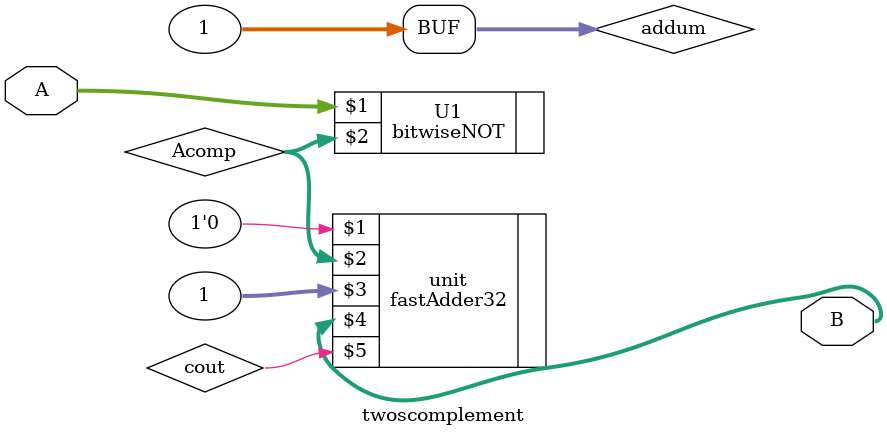
<source format=v>
`timescale 1ns / 1ps
module twoscomplement(
    input [31:0]A,
    output [31:0]B
    );
    wire [31:0] Acomp;
    bitwiseNOT U1(A, Acomp);
    wire [31:0]addum;
    assign addum=32'b1;
    wire cout;
    fastAdder32 unit(1'b0,Acomp,addum,B,cout);
endmodule

</source>
